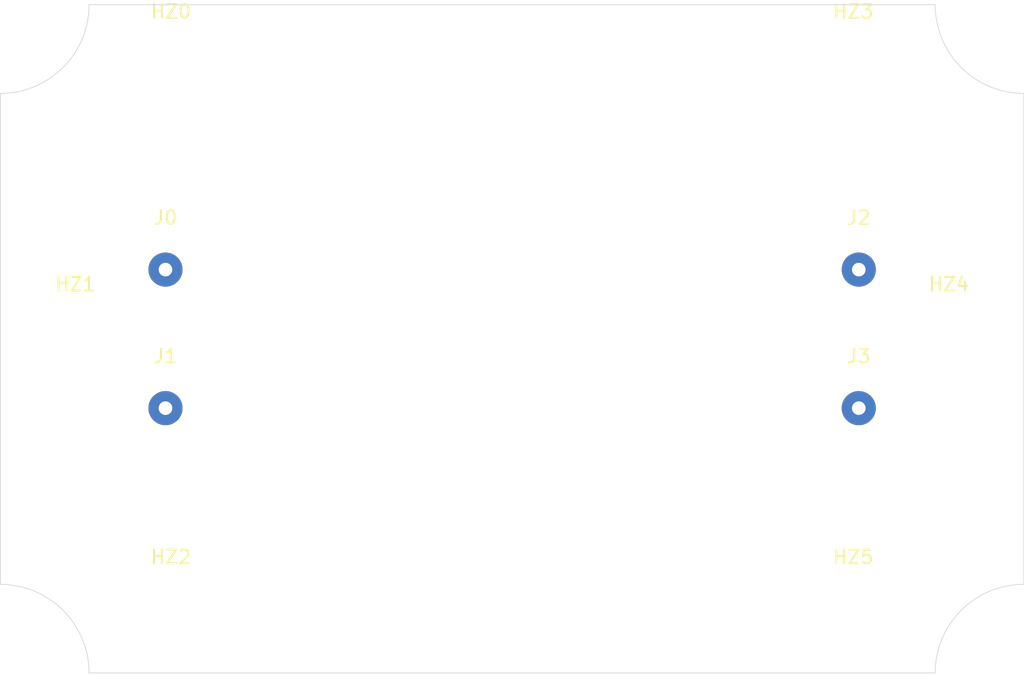
<source format=kicad_pcb>
(kicad_pcb (version 20171130) (host pcbnew 5.1.5-52549c5~86~ubuntu18.04.1)

  (general
    (thickness 1.6)
    (drawings 8)
    (tracks 0)
    (zones 0)
    (modules 39)
    (nets 2)
  )

  (page A4)
  (title_block
    (title "TUSISTEMITA TEMPLATE")
    (company Galopago)
  )

  (layers
    (0 F.Cu signal)
    (31 B.Cu signal)
    (32 B.Adhes user)
    (33 F.Adhes user)
    (34 B.Paste user)
    (35 F.Paste user)
    (36 B.SilkS user)
    (37 F.SilkS user)
    (38 B.Mask user)
    (39 F.Mask user)
    (40 Dwgs.User user)
    (41 Cmts.User user)
    (42 Eco1.User user)
    (43 Eco2.User user)
    (44 Edge.Cuts user)
    (45 Margin user)
    (46 B.CrtYd user)
    (47 F.CrtYd user)
    (48 B.Fab user)
    (49 F.Fab user)
  )

  (setup
    (last_trace_width 0.25)
    (trace_clearance 0.2)
    (zone_clearance 0.508)
    (zone_45_only no)
    (trace_min 0.2)
    (via_size 0.8)
    (via_drill 0.4)
    (via_min_size 0.4)
    (via_min_drill 0.3)
    (uvia_size 0.3)
    (uvia_drill 0.1)
    (uvias_allowed no)
    (uvia_min_size 0.2)
    (uvia_min_drill 0.1)
    (edge_width 0.05)
    (segment_width 0.2)
    (pcb_text_width 0.3)
    (pcb_text_size 1.5 1.5)
    (mod_edge_width 0.12)
    (mod_text_size 1 1)
    (mod_text_width 0.15)
    (pad_size 3 3)
    (pad_drill 3)
    (pad_to_mask_clearance 0.051)
    (solder_mask_min_width 0.25)
    (aux_axis_origin 0 0)
    (visible_elements FFFFFF7F)
    (pcbplotparams
      (layerselection 0x010fc_ffffffff)
      (usegerberextensions false)
      (usegerberattributes false)
      (usegerberadvancedattributes false)
      (creategerberjobfile false)
      (excludeedgelayer true)
      (linewidth 0.100000)
      (plotframeref false)
      (viasonmask false)
      (mode 1)
      (useauxorigin false)
      (hpglpennumber 1)
      (hpglpenspeed 20)
      (hpglpendiameter 15.000000)
      (psnegative false)
      (psa4output false)
      (plotreference true)
      (plotvalue true)
      (plotinvisibletext false)
      (padsonsilk false)
      (subtractmaskfromsilk false)
      (outputformat 1)
      (mirror false)
      (drillshape 1)
      (scaleselection 1)
      (outputdirectory ""))
  )

  (net 0 "")
  (net 1 "Net-(J0-Pad1)")

  (net_class Default "This is the default net class."
    (clearance 0.2)
    (trace_width 0.25)
    (via_dia 0.8)
    (via_drill 0.4)
    (uvia_dia 0.3)
    (uvia_drill 0.1)
    (add_net "Net-(J0-Pad1)")
  )

  (module Connector_Wire:SolderWirePad_1x01_Drill1mm (layer F.Cu) (tedit 5AEE5EBE) (tstamp 5F35F171)
    (at 162.9 129.58)
    (descr "Wire solder connection")
    (tags connector)
    (path /5F5DDB13)
    (attr virtual)
    (fp_text reference J3 (at 0 -3.81) (layer F.SilkS)
      (effects (font (size 1 1) (thickness 0.15)))
    )
    (fp_text value Conn_01x01_Male (at 0 3.175) (layer F.Fab)
      (effects (font (size 1 1) (thickness 0.15)))
    )
    (fp_line (start 1.75 1.75) (end -1.75 1.75) (layer F.CrtYd) (width 0.05))
    (fp_line (start 1.75 1.75) (end 1.75 -1.75) (layer F.CrtYd) (width 0.05))
    (fp_line (start -1.75 -1.75) (end -1.75 1.75) (layer F.CrtYd) (width 0.05))
    (fp_line (start -1.75 -1.75) (end 1.75 -1.75) (layer F.CrtYd) (width 0.05))
    (fp_text user %R (at 0 0) (layer F.Fab)
      (effects (font (size 1 1) (thickness 0.15)))
    )
    (pad 1 thru_hole circle (at 0 0) (size 2.49936 2.49936) (drill 1.00076) (layers *.Cu *.Mask)
      (net 1 "Net-(J0-Pad1)"))
  )

  (module Connector_Wire:SolderWirePad_1x01_Drill1mm (layer F.Cu) (tedit 5AEE5EBE) (tstamp 5F35F167)
    (at 162.9 119.42)
    (descr "Wire solder connection")
    (tags connector)
    (path /5F5DCAC3)
    (attr virtual)
    (fp_text reference J2 (at 0 -3.81) (layer F.SilkS)
      (effects (font (size 1 1) (thickness 0.15)))
    )
    (fp_text value Conn_01x01_Male (at 0 3.175) (layer F.Fab)
      (effects (font (size 1 1) (thickness 0.15)))
    )
    (fp_line (start 1.75 1.75) (end -1.75 1.75) (layer F.CrtYd) (width 0.05))
    (fp_line (start 1.75 1.75) (end 1.75 -1.75) (layer F.CrtYd) (width 0.05))
    (fp_line (start -1.75 -1.75) (end -1.75 1.75) (layer F.CrtYd) (width 0.05))
    (fp_line (start -1.75 -1.75) (end 1.75 -1.75) (layer F.CrtYd) (width 0.05))
    (fp_text user %R (at 0 0) (layer F.Fab)
      (effects (font (size 1 1) (thickness 0.15)))
    )
    (pad 1 thru_hole circle (at 0 0) (size 2.49936 2.49936) (drill 1.00076) (layers *.Cu *.Mask)
      (net 1 "Net-(J0-Pad1)"))
  )

  (module Connector_Wire:SolderWirePad_1x01_Drill1mm (layer F.Cu) (tedit 5AEE5EBE) (tstamp 5F35F15D)
    (at 112.1 129.58)
    (descr "Wire solder connection")
    (tags connector)
    (path /5F5DB1C6)
    (attr virtual)
    (fp_text reference J1 (at 0 -3.81) (layer F.SilkS)
      (effects (font (size 1 1) (thickness 0.15)))
    )
    (fp_text value Conn_01x01_Male (at 0 3.175) (layer F.Fab)
      (effects (font (size 1 1) (thickness 0.15)))
    )
    (fp_line (start 1.75 1.75) (end -1.75 1.75) (layer F.CrtYd) (width 0.05))
    (fp_line (start 1.75 1.75) (end 1.75 -1.75) (layer F.CrtYd) (width 0.05))
    (fp_line (start -1.75 -1.75) (end -1.75 1.75) (layer F.CrtYd) (width 0.05))
    (fp_line (start -1.75 -1.75) (end 1.75 -1.75) (layer F.CrtYd) (width 0.05))
    (fp_text user %R (at 0 0) (layer F.Fab)
      (effects (font (size 1 1) (thickness 0.15)))
    )
    (pad 1 thru_hole circle (at 0 0) (size 2.49936 2.49936) (drill 1.00076) (layers *.Cu *.Mask)
      (net 1 "Net-(J0-Pad1)"))
  )

  (module Connector_Wire:SolderWirePad_1x01_Drill1mm (layer F.Cu) (tedit 5AEE5EBE) (tstamp 5F35F153)
    (at 112.1 119.42)
    (descr "Wire solder connection")
    (tags connector)
    (path /5F5D91C6)
    (attr virtual)
    (fp_text reference J0 (at 0 -3.81) (layer F.SilkS)
      (effects (font (size 1 1) (thickness 0.15)))
    )
    (fp_text value Conn_01x01_Male (at 0 3.175) (layer F.Fab)
      (effects (font (size 1 1) (thickness 0.15)))
    )
    (fp_line (start 1.75 1.75) (end -1.75 1.75) (layer F.CrtYd) (width 0.05))
    (fp_line (start 1.75 1.75) (end 1.75 -1.75) (layer F.CrtYd) (width 0.05))
    (fp_line (start -1.75 -1.75) (end -1.75 1.75) (layer F.CrtYd) (width 0.05))
    (fp_line (start -1.75 -1.75) (end 1.75 -1.75) (layer F.CrtYd) (width 0.05))
    (fp_text user %R (at 0 0) (layer F.Fab)
      (effects (font (size 1 1) (thickness 0.15)))
    )
    (pad 1 thru_hole circle (at 0 0) (size 2.49936 2.49936) (drill 1.00076) (layers *.Cu *.Mask)
      (net 1 "Net-(J0-Pad1)"))
  )

  (module MountingHole:MountingHole_3mm (layer F.Cu) (tedit 56D1B4CB) (tstamp 5F35F0F9)
    (at 162.5 144.5)
    (descr "Mounting Hole 3mm, no annular")
    (tags "mounting hole 3mm no annular")
    (path /5F36D408)
    (attr virtual)
    (fp_text reference HZ5 (at 0 -4) (layer F.SilkS)
      (effects (font (size 1 1) (thickness 0.15)))
    )
    (fp_text value MountingHole (at 0 4) (layer F.Fab)
      (effects (font (size 1 1) (thickness 0.15)))
    )
    (fp_circle (center 0 0) (end 3.25 0) (layer F.CrtYd) (width 0.05))
    (fp_circle (center 0 0) (end 3 0) (layer Cmts.User) (width 0.15))
    (fp_text user %R (at 0.3 0) (layer F.Fab)
      (effects (font (size 1 1) (thickness 0.15)))
    )
    (pad 1 np_thru_hole circle (at 0 0) (size 3 3) (drill 3) (layers *.Cu *.Mask))
  )

  (module MountingHole:MountingHole_3mm (layer F.Cu) (tedit 56D1B4CB) (tstamp 5F35F0F1)
    (at 169.5 124.5)
    (descr "Mounting Hole 3mm, no annular")
    (tags "mounting hole 3mm no annular")
    (path /5F36C847)
    (attr virtual)
    (fp_text reference HZ4 (at 0 -4) (layer F.SilkS)
      (effects (font (size 1 1) (thickness 0.15)))
    )
    (fp_text value MountingHole (at 0 4) (layer F.Fab)
      (effects (font (size 1 1) (thickness 0.15)))
    )
    (fp_circle (center 0 0) (end 3.25 0) (layer F.CrtYd) (width 0.05))
    (fp_circle (center 0 0) (end 3 0) (layer Cmts.User) (width 0.15))
    (fp_text user %R (at 0.3 0) (layer F.Fab)
      (effects (font (size 1 1) (thickness 0.15)))
    )
    (pad 1 np_thru_hole circle (at 0 0) (size 3 3) (drill 3) (layers *.Cu *.Mask))
  )

  (module MountingHole:MountingHole_3mm (layer F.Cu) (tedit 56D1B4CB) (tstamp 5F35F0E9)
    (at 162.5 104.5)
    (descr "Mounting Hole 3mm, no annular")
    (tags "mounting hole 3mm no annular")
    (path /5F3CF0DC)
    (attr virtual)
    (fp_text reference HZ3 (at 0 -4) (layer F.SilkS)
      (effects (font (size 1 1) (thickness 0.15)))
    )
    (fp_text value MountingHole (at 0 4) (layer F.Fab)
      (effects (font (size 1 1) (thickness 0.15)))
    )
    (fp_circle (center 0 0) (end 3.25 0) (layer F.CrtYd) (width 0.05))
    (fp_circle (center 0 0) (end 3 0) (layer Cmts.User) (width 0.15))
    (fp_text user %R (at 0.3 0) (layer F.Fab)
      (effects (font (size 1 1) (thickness 0.15)))
    )
    (pad 1 np_thru_hole circle (at 0 0) (size 3 3) (drill 3) (layers *.Cu *.Mask))
  )

  (module MountingHole:MountingHole_3mm (layer F.Cu) (tedit 56D1B4CB) (tstamp 5F35F0E1)
    (at 112.5 144.5)
    (descr "Mounting Hole 3mm, no annular")
    (tags "mounting hole 3mm no annular")
    (path /5F362B56)
    (attr virtual)
    (fp_text reference HZ2 (at 0 -4) (layer F.SilkS)
      (effects (font (size 1 1) (thickness 0.15)))
    )
    (fp_text value MountingHole (at 0 4) (layer F.Fab)
      (effects (font (size 1 1) (thickness 0.15)))
    )
    (fp_circle (center 0 0) (end 3.25 0) (layer F.CrtYd) (width 0.05))
    (fp_circle (center 0 0) (end 3 0) (layer Cmts.User) (width 0.15))
    (fp_text user %R (at 0.3 0) (layer F.Fab)
      (effects (font (size 1 1) (thickness 0.15)))
    )
    (pad 1 np_thru_hole circle (at 0 0) (size 3 3) (drill 3) (layers *.Cu *.Mask))
  )

  (module MountingHole:MountingHole_3mm (layer F.Cu) (tedit 56D1B4CB) (tstamp 5F35F0D9)
    (at 105.5 124.5)
    (descr "Mounting Hole 3mm, no annular")
    (tags "mounting hole 3mm no annular")
    (path /5F36A8A0)
    (attr virtual)
    (fp_text reference HZ1 (at 0 -4) (layer F.SilkS)
      (effects (font (size 1 1) (thickness 0.15)))
    )
    (fp_text value MountingHole (at 0 4) (layer F.Fab)
      (effects (font (size 1 1) (thickness 0.15)))
    )
    (fp_circle (center 0 0) (end 3.25 0) (layer F.CrtYd) (width 0.05))
    (fp_circle (center 0 0) (end 3 0) (layer Cmts.User) (width 0.15))
    (fp_text user %R (at 0.3 0) (layer F.Fab)
      (effects (font (size 1 1) (thickness 0.15)))
    )
    (pad 1 np_thru_hole circle (at 0 0) (size 3 3) (drill 3) (layers *.Cu *.Mask))
  )

  (module MountingHole:MountingHole_3mm (layer F.Cu) (tedit 56D1B4CB) (tstamp 5F35F0D1)
    (at 112.5 104.5)
    (descr "Mounting Hole 3mm, no annular")
    (tags "mounting hole 3mm no annular")
    (path /5F36B590)
    (attr virtual)
    (fp_text reference HZ0 (at 0 -4) (layer F.SilkS)
      (effects (font (size 1 1) (thickness 0.15)))
    )
    (fp_text value MountingHole (at 0 4) (layer F.Fab)
      (effects (font (size 1 1) (thickness 0.15)))
    )
    (fp_circle (center 0 0) (end 3.25 0) (layer F.CrtYd) (width 0.05))
    (fp_circle (center 0 0) (end 3 0) (layer Cmts.User) (width 0.15))
    (fp_text user %R (at 0.3 0) (layer F.Fab)
      (effects (font (size 1 1) (thickness 0.15)))
    )
    (pad 1 np_thru_hole circle (at 0 0) (size 3 3) (drill 3) (layers *.Cu *.Mask))
  )

  (module MountingHole:MountingHole_3mm (layer F.Cu) (tedit 56D1B4CB) (tstamp 5F35F0C9)
    (at 137.5 104.18)
    (descr "Mounting Hole 3mm, no annular")
    (tags "mounting hole 3mm no annular")
    (path /5F3252AF)
    (attr virtual)
    (fp_text reference HA3 (at 0 -4) (layer F.SilkS) hide
      (effects (font (size 1 1) (thickness 0.15)))
    )
    (fp_text value MountingHole (at 0 4) (layer F.Fab)
      (effects (font (size 1 1) (thickness 0.15)))
    )
    (fp_circle (center 0 0) (end 3.25 0) (layer F.CrtYd) (width 0.05))
    (fp_circle (center 0 0) (end 3 0) (layer Cmts.User) (width 0.15))
    (fp_text user %R (at 0.3 0) (layer F.Fab)
      (effects (font (size 1 1) (thickness 0.15)))
    )
    (pad 1 np_thru_hole circle (at 0 0) (size 3 3) (drill 3) (layers *.Cu *.Mask))
  )

  (module MountingHole:MountingHole_3mm (layer F.Cu) (tedit 56D1B4CB) (tstamp 5F35ED01)
    (at 157.82 144.82)
    (descr "Mounting Hole 3mm, no annular")
    (tags "mounting hole 3mm no annular")
    (path /5F33A8E1)
    (attr virtual)
    (fp_text reference HE5 (at 0 -4) (layer F.SilkS) hide
      (effects (font (size 1 1) (thickness 0.15)))
    )
    (fp_text value MountingHole (at 0 4) (layer F.Fab)
      (effects (font (size 1 1) (thickness 0.15)))
    )
    (fp_circle (center 0 0) (end 3.25 0) (layer F.CrtYd) (width 0.05))
    (fp_circle (center 0 0) (end 3 0) (layer Cmts.User) (width 0.15))
    (fp_text user %R (at 0.3 0) (layer F.Fab)
      (effects (font (size 1 1) (thickness 0.15)))
    )
    (pad 1 np_thru_hole circle (at 0 0) (size 3 3) (drill 3) (layers *.Cu *.Mask))
  )

  (module MountingHole:MountingHole_3mm (layer F.Cu) (tedit 56D1B4CB) (tstamp 5F35ECF9)
    (at 147.66 144.82)
    (descr "Mounting Hole 3mm, no annular")
    (tags "mounting hole 3mm no annular")
    (path /5F33793E)
    (attr virtual)
    (fp_text reference HE4 (at 0 -4) (layer F.SilkS) hide
      (effects (font (size 1 1) (thickness 0.15)))
    )
    (fp_text value MountingHole (at 0 4) (layer F.Fab)
      (effects (font (size 1 1) (thickness 0.15)))
    )
    (fp_circle (center 0 0) (end 3.25 0) (layer F.CrtYd) (width 0.05))
    (fp_circle (center 0 0) (end 3 0) (layer Cmts.User) (width 0.15))
    (fp_text user %R (at 0.3 0) (layer F.Fab)
      (effects (font (size 1 1) (thickness 0.15)))
    )
    (pad 1 np_thru_hole circle (at 0 0) (size 3 3) (drill 3) (layers *.Cu *.Mask))
  )

  (module MountingHole:MountingHole_3mm (layer F.Cu) (tedit 56D1B4CB) (tstamp 5F35ECF1)
    (at 137.5 144.82)
    (descr "Mounting Hole 3mm, no annular")
    (tags "mounting hole 3mm no annular")
    (path /5F334C02)
    (attr virtual)
    (fp_text reference HE3 (at 0 -4) (layer F.SilkS) hide
      (effects (font (size 1 1) (thickness 0.15)))
    )
    (fp_text value MountingHole (at 0 4) (layer F.Fab)
      (effects (font (size 1 1) (thickness 0.15)))
    )
    (fp_circle (center 0 0) (end 3.25 0) (layer F.CrtYd) (width 0.05))
    (fp_circle (center 0 0) (end 3 0) (layer Cmts.User) (width 0.15))
    (fp_text user %R (at 0.3 0) (layer F.Fab)
      (effects (font (size 1 1) (thickness 0.15)))
    )
    (pad 1 np_thru_hole circle (at 0 0) (size 3 3) (drill 3) (layers *.Cu *.Mask))
  )

  (module MountingHole:MountingHole_3mm (layer F.Cu) (tedit 56D1B4CB) (tstamp 5F35ECE9)
    (at 127.34 144.82)
    (descr "Mounting Hole 3mm, no annular")
    (tags "mounting hole 3mm no annular")
    (path /5F32EE0E)
    (attr virtual)
    (fp_text reference HE2 (at 0 -4) (layer F.SilkS) hide
      (effects (font (size 1 1) (thickness 0.15)))
    )
    (fp_text value MountingHole (at 0 4) (layer F.Fab)
      (effects (font (size 1 1) (thickness 0.15)))
    )
    (fp_circle (center 0 0) (end 3.25 0) (layer F.CrtYd) (width 0.05))
    (fp_circle (center 0 0) (end 3 0) (layer Cmts.User) (width 0.15))
    (fp_text user %R (at 0.3 0) (layer F.Fab)
      (effects (font (size 1 1) (thickness 0.15)))
    )
    (pad 1 np_thru_hole circle (at 0 0) (size 3 3) (drill 3) (layers *.Cu *.Mask))
  )

  (module MountingHole:MountingHole_3mm (layer F.Cu) (tedit 56D1B4CB) (tstamp 5F35ECE1)
    (at 117.18 144.82)
    (descr "Mounting Hole 3mm, no annular")
    (tags "mounting hole 3mm no annular")
    (path /5F32C14C)
    (attr virtual)
    (fp_text reference HE1 (at 0 -4) (layer F.SilkS) hide
      (effects (font (size 1 1) (thickness 0.15)))
    )
    (fp_text value MountingHole (at 0 4) (layer F.Fab)
      (effects (font (size 1 1) (thickness 0.15)))
    )
    (fp_circle (center 0 0) (end 3.25 0) (layer F.CrtYd) (width 0.05))
    (fp_circle (center 0 0) (end 3 0) (layer Cmts.User) (width 0.15))
    (fp_text user %R (at 0.3 0) (layer F.Fab)
      (effects (font (size 1 1) (thickness 0.15)))
    )
    (pad 1 np_thru_hole circle (at 0 0) (size 3 3) (drill 3) (layers *.Cu *.Mask))
  )

  (module MountingHole:MountingHole_3mm (layer F.Cu) (tedit 56D1B4CB) (tstamp 5F35EC79)
    (at 167.98 134.66)
    (descr "Mounting Hole 3mm, no annular")
    (tags "mounting hole 3mm no annular")
    (path /5F33FF6F)
    (attr virtual)
    (fp_text reference HD6 (at 0 -4) (layer F.SilkS) hide
      (effects (font (size 1 1) (thickness 0.15)))
    )
    (fp_text value MountingHole (at 0 4) (layer F.Fab)
      (effects (font (size 1 1) (thickness 0.15)))
    )
    (fp_circle (center 0 0) (end 3.25 0) (layer F.CrtYd) (width 0.05))
    (fp_circle (center 0 0) (end 3 0) (layer Cmts.User) (width 0.15))
    (fp_text user %R (at 0.3 0) (layer F.Fab)
      (effects (font (size 1 1) (thickness 0.15)))
    )
    (pad 1 np_thru_hole circle (at 0 0) (size 3 3) (drill 3) (layers *.Cu *.Mask))
  )

  (module MountingHole:MountingHole_3mm (layer F.Cu) (tedit 56D1B4CB) (tstamp 5F35EC71)
    (at 157.82 134.66)
    (descr "Mounting Hole 3mm, no annular")
    (tags "mounting hole 3mm no annular")
    (path /5F33A1EE)
    (attr virtual)
    (fp_text reference HD5 (at 0 -4) (layer F.SilkS) hide
      (effects (font (size 1 1) (thickness 0.15)))
    )
    (fp_text value MountingHole (at 0 4) (layer F.Fab)
      (effects (font (size 1 1) (thickness 0.15)))
    )
    (fp_circle (center 0 0) (end 3.25 0) (layer F.CrtYd) (width 0.05))
    (fp_circle (center 0 0) (end 3 0) (layer Cmts.User) (width 0.15))
    (fp_text user %R (at 0.3 0) (layer F.Fab)
      (effects (font (size 1 1) (thickness 0.15)))
    )
    (pad 1 np_thru_hole circle (at 0 0) (size 3 3) (drill 3) (layers *.Cu *.Mask))
  )

  (module MountingHole:MountingHole_3mm (layer F.Cu) (tedit 56D1B4CB) (tstamp 5F35EC69)
    (at 147.66 134.66)
    (descr "Mounting Hole 3mm, no annular")
    (tags "mounting hole 3mm no annular")
    (path /5F33722E)
    (attr virtual)
    (fp_text reference HD4 (at 0 -4) (layer F.SilkS) hide
      (effects (font (size 1 1) (thickness 0.15)))
    )
    (fp_text value MountingHole (at 0 4) (layer F.Fab)
      (effects (font (size 1 1) (thickness 0.15)))
    )
    (fp_circle (center 0 0) (end 3.25 0) (layer F.CrtYd) (width 0.05))
    (fp_circle (center 0 0) (end 3 0) (layer Cmts.User) (width 0.15))
    (fp_text user %R (at 0.3 0) (layer F.Fab)
      (effects (font (size 1 1) (thickness 0.15)))
    )
    (pad 1 np_thru_hole circle (at 0 0) (size 3 3) (drill 3) (layers *.Cu *.Mask))
  )

  (module MountingHole:MountingHole_3mm (layer F.Cu) (tedit 56D1B4CB) (tstamp 5F35EC61)
    (at 137.5 134.66)
    (descr "Mounting Hole 3mm, no annular")
    (tags "mounting hole 3mm no annular")
    (path /5F33466C)
    (attr virtual)
    (fp_text reference HD3 (at 0 -4) (layer F.SilkS) hide
      (effects (font (size 1 1) (thickness 0.15)))
    )
    (fp_text value MountingHole (at 0 4) (layer F.Fab)
      (effects (font (size 1 1) (thickness 0.15)))
    )
    (fp_circle (center 0 0) (end 3.25 0) (layer F.CrtYd) (width 0.05))
    (fp_circle (center 0 0) (end 3 0) (layer Cmts.User) (width 0.15))
    (fp_text user %R (at 0.3 0) (layer F.Fab)
      (effects (font (size 1 1) (thickness 0.15)))
    )
    (pad 1 np_thru_hole circle (at 0 0) (size 3 3) (drill 3) (layers *.Cu *.Mask))
  )

  (module MountingHole:MountingHole_3mm (layer F.Cu) (tedit 56D1B4CB) (tstamp 5F35EC59)
    (at 127.34 134.66)
    (descr "Mounting Hole 3mm, no annular")
    (tags "mounting hole 3mm no annular")
    (path /5F32DFD4)
    (attr virtual)
    (fp_text reference HD2 (at 0 -4) (layer F.SilkS) hide
      (effects (font (size 1 1) (thickness 0.15)))
    )
    (fp_text value MountingHole (at 0 4) (layer F.Fab)
      (effects (font (size 1 1) (thickness 0.15)))
    )
    (fp_circle (center 0 0) (end 3.25 0) (layer F.CrtYd) (width 0.05))
    (fp_circle (center 0 0) (end 3 0) (layer Cmts.User) (width 0.15))
    (fp_text user %R (at 0.3 0) (layer F.Fab)
      (effects (font (size 1 1) (thickness 0.15)))
    )
    (pad 1 np_thru_hole circle (at 0 0) (size 3 3) (drill 3) (layers *.Cu *.Mask))
  )

  (module MountingHole:MountingHole_3mm (layer F.Cu) (tedit 56D1B4CB) (tstamp 5F35EC51)
    (at 117.18 134.66)
    (descr "Mounting Hole 3mm, no annular")
    (tags "mounting hole 3mm no annular")
    (path /5F32BD21)
    (attr virtual)
    (fp_text reference HD1 (at 0 -4) (layer F.SilkS) hide
      (effects (font (size 1 1) (thickness 0.15)))
    )
    (fp_text value MountingHole (at 0 4) (layer F.Fab)
      (effects (font (size 1 1) (thickness 0.15)))
    )
    (fp_circle (center 0 0) (end 3.25 0) (layer F.CrtYd) (width 0.05))
    (fp_circle (center 0 0) (end 3 0) (layer Cmts.User) (width 0.15))
    (fp_text user %R (at 0.3 0) (layer F.Fab)
      (effects (font (size 1 1) (thickness 0.15)))
    )
    (pad 1 np_thru_hole circle (at 0 0) (size 3 3) (drill 3) (layers *.Cu *.Mask))
  )

  (module MountingHole:MountingHole_3mm (layer F.Cu) (tedit 56D1B4CB) (tstamp 5F35EC49)
    (at 107.02 134.66)
    (descr "Mounting Hole 3mm, no annular")
    (tags "mounting hole 3mm no annular")
    (path /5F327EDA)
    (attr virtual)
    (fp_text reference HD0 (at 0 -4) (layer F.SilkS) hide
      (effects (font (size 1 1) (thickness 0.15)))
    )
    (fp_text value MountingHole (at 0 4) (layer F.Fab)
      (effects (font (size 1 1) (thickness 0.15)))
    )
    (fp_circle (center 0 0) (end 3.25 0) (layer F.CrtYd) (width 0.05))
    (fp_circle (center 0 0) (end 3 0) (layer Cmts.User) (width 0.15))
    (fp_text user %R (at 0.3 0) (layer F.Fab)
      (effects (font (size 1 1) (thickness 0.15)))
    )
    (pad 1 np_thru_hole circle (at 0 0) (size 3 3) (drill 3) (layers *.Cu *.Mask))
  )

  (module MountingHole:MountingHole_3mm (layer F.Cu) (tedit 56D1B4CB) (tstamp 5F35EC41)
    (at 157.82 124.5)
    (descr "Mounting Hole 3mm, no annular")
    (tags "mounting hole 3mm no annular")
    (path /5F339B51)
    (attr virtual)
    (fp_text reference HC5 (at 0 -4) (layer F.SilkS) hide
      (effects (font (size 1 1) (thickness 0.15)))
    )
    (fp_text value MountingHole (at 0 4) (layer F.Fab)
      (effects (font (size 1 1) (thickness 0.15)))
    )
    (fp_circle (center 0 0) (end 3.25 0) (layer F.CrtYd) (width 0.05))
    (fp_circle (center 0 0) (end 3 0) (layer Cmts.User) (width 0.15))
    (fp_text user %R (at 0.3 0) (layer F.Fab)
      (effects (font (size 1 1) (thickness 0.15)))
    )
    (pad 1 np_thru_hole circle (at 0 0) (size 3 3) (drill 3) (layers *.Cu *.Mask))
  )

  (module MountingHole:MountingHole_3mm (layer F.Cu) (tedit 56D1B4CB) (tstamp 5F35EBD9)
    (at 147.66 124.5)
    (descr "Mounting Hole 3mm, no annular")
    (tags "mounting hole 3mm no annular")
    (path /5F336BBE)
    (attr virtual)
    (fp_text reference HC4 (at 0 -4) (layer F.SilkS) hide
      (effects (font (size 1 1) (thickness 0.15)))
    )
    (fp_text value MountingHole (at 0 4) (layer F.Fab)
      (effects (font (size 1 1) (thickness 0.15)))
    )
    (fp_circle (center 0 0) (end 3.25 0) (layer F.CrtYd) (width 0.05))
    (fp_circle (center 0 0) (end 3 0) (layer Cmts.User) (width 0.15))
    (fp_text user %R (at 0.3 0) (layer F.Fab)
      (effects (font (size 1 1) (thickness 0.15)))
    )
    (pad 1 np_thru_hole circle (at 0 0) (size 3 3) (drill 3) (layers *.Cu *.Mask))
  )

  (module MountingHole:MountingHole_3mm (layer F.Cu) (tedit 56D1B4CB) (tstamp 5F35EBD1)
    (at 137.5 124.5)
    (descr "Mounting Hole 3mm, no annular")
    (tags "mounting hole 3mm no annular")
    (path /5F3340C4)
    (attr virtual)
    (fp_text reference HC3 (at 0 -4) (layer F.SilkS) hide
      (effects (font (size 1 1) (thickness 0.15)))
    )
    (fp_text value MountingHole (at 0 4) (layer F.Fab)
      (effects (font (size 1 1) (thickness 0.15)))
    )
    (fp_circle (center 0 0) (end 3.25 0) (layer F.CrtYd) (width 0.05))
    (fp_circle (center 0 0) (end 3 0) (layer Cmts.User) (width 0.15))
    (fp_text user %R (at 0.3 0) (layer F.Fab)
      (effects (font (size 1 1) (thickness 0.15)))
    )
    (pad 1 np_thru_hole circle (at 0 0) (size 3 3) (drill 3) (layers *.Cu *.Mask))
  )

  (module MountingHole:MountingHole_3mm (layer F.Cu) (tedit 56D1B4CB) (tstamp 5F35EBC9)
    (at 127.34 124.5)
    (descr "Mounting Hole 3mm, no annular")
    (tags "mounting hole 3mm no annular")
    (path /5F32DC16)
    (attr virtual)
    (fp_text reference HC2 (at 0 -4) (layer F.SilkS) hide
      (effects (font (size 1 1) (thickness 0.15)))
    )
    (fp_text value MountingHole (at 0 4) (layer F.Fab)
      (effects (font (size 1 1) (thickness 0.15)))
    )
    (fp_circle (center 0 0) (end 3.25 0) (layer F.CrtYd) (width 0.05))
    (fp_circle (center 0 0) (end 3 0) (layer Cmts.User) (width 0.15))
    (fp_text user %R (at 0.3 0) (layer F.Fab)
      (effects (font (size 1 1) (thickness 0.15)))
    )
    (pad 1 np_thru_hole circle (at 0 0) (size 3 3) (drill 3) (layers *.Cu *.Mask))
  )

  (module MountingHole:MountingHole_3mm (layer F.Cu) (tedit 56D1B4CB) (tstamp 5F35EBC1)
    (at 117.18 124.5)
    (descr "Mounting Hole 3mm, no annular")
    (tags "mounting hole 3mm no annular")
    (path /5F32B9C0)
    (attr virtual)
    (fp_text reference HC1 (at 0 -4) (layer F.SilkS) hide
      (effects (font (size 1 1) (thickness 0.15)))
    )
    (fp_text value MountingHole (at 0 4) (layer F.Fab)
      (effects (font (size 1 1) (thickness 0.15)))
    )
    (fp_circle (center 0 0) (end 3.25 0) (layer F.CrtYd) (width 0.05))
    (fp_circle (center 0 0) (end 3 0) (layer Cmts.User) (width 0.15))
    (fp_text user %R (at 0.3 0) (layer F.Fab)
      (effects (font (size 1 1) (thickness 0.15)))
    )
    (pad 1 np_thru_hole circle (at 0 0) (size 3 3) (drill 3) (layers *.Cu *.Mask))
  )

  (module MountingHole:MountingHole_3mm (layer F.Cu) (tedit 56D1B4CB) (tstamp 5F35EB59)
    (at 167.98 114.34)
    (descr "Mounting Hole 3mm, no annular")
    (tags "mounting hole 3mm no annular")
    (path /5F33F0DA)
    (attr virtual)
    (fp_text reference HB6 (at 0 -4) (layer F.SilkS) hide
      (effects (font (size 1 1) (thickness 0.15)))
    )
    (fp_text value MountingHole (at 0 4) (layer F.Fab)
      (effects (font (size 1 1) (thickness 0.15)))
    )
    (fp_circle (center 0 0) (end 3.25 0) (layer F.CrtYd) (width 0.05))
    (fp_circle (center 0 0) (end 3 0) (layer Cmts.User) (width 0.15))
    (fp_text user %R (at 0.3 0) (layer F.Fab)
      (effects (font (size 1 1) (thickness 0.15)))
    )
    (pad 1 np_thru_hole circle (at 0 0) (size 3 3) (drill 3) (layers *.Cu *.Mask))
  )

  (module MountingHole:MountingHole_3mm (layer F.Cu) (tedit 56D1B4CB) (tstamp 5F35EB51)
    (at 157.82 114.34)
    (descr "Mounting Hole 3mm, no annular")
    (tags "mounting hole 3mm no annular")
    (path /5F339496)
    (attr virtual)
    (fp_text reference HB5 (at 0 -4) (layer F.SilkS) hide
      (effects (font (size 1 1) (thickness 0.15)))
    )
    (fp_text value MountingHole (at 0 4) (layer F.Fab)
      (effects (font (size 1 1) (thickness 0.15)))
    )
    (fp_circle (center 0 0) (end 3.25 0) (layer F.CrtYd) (width 0.05))
    (fp_circle (center 0 0) (end 3 0) (layer Cmts.User) (width 0.15))
    (fp_text user %R (at 0.3 0) (layer F.Fab)
      (effects (font (size 1 1) (thickness 0.15)))
    )
    (pad 1 np_thru_hole circle (at 0 0) (size 3 3) (drill 3) (layers *.Cu *.Mask))
  )

  (module MountingHole:MountingHole_3mm (layer F.Cu) (tedit 56D1B4CB) (tstamp 5F35EB49)
    (at 147.66 114.34)
    (descr "Mounting Hole 3mm, no annular")
    (tags "mounting hole 3mm no annular")
    (path /5F336617)
    (attr virtual)
    (fp_text reference HB4 (at 0 -4) (layer F.SilkS) hide
      (effects (font (size 1 1) (thickness 0.15)))
    )
    (fp_text value MountingHole (at 0 4) (layer F.Fab)
      (effects (font (size 1 1) (thickness 0.15)))
    )
    (fp_circle (center 0 0) (end 3.25 0) (layer F.CrtYd) (width 0.05))
    (fp_circle (center 0 0) (end 3 0) (layer Cmts.User) (width 0.15))
    (fp_text user %R (at 0.3 0) (layer F.Fab)
      (effects (font (size 1 1) (thickness 0.15)))
    )
    (pad 1 np_thru_hole circle (at 0 0) (size 3 3) (drill 3) (layers *.Cu *.Mask))
  )

  (module MountingHole:MountingHole_3mm (layer F.Cu) (tedit 56D1B4CB) (tstamp 5F35EB41)
    (at 137.5 114.34)
    (descr "Mounting Hole 3mm, no annular")
    (tags "mounting hole 3mm no annular")
    (path /5F333CCC)
    (attr virtual)
    (fp_text reference HB3 (at 0 -4) (layer F.SilkS) hide
      (effects (font (size 1 1) (thickness 0.15)))
    )
    (fp_text value MountingHole (at 0 4) (layer F.Fab)
      (effects (font (size 1 1) (thickness 0.15)))
    )
    (fp_circle (center 0 0) (end 3.25 0) (layer F.CrtYd) (width 0.05))
    (fp_circle (center 0 0) (end 3 0) (layer Cmts.User) (width 0.15))
    (fp_text user %R (at 0.3 0) (layer F.Fab)
      (effects (font (size 1 1) (thickness 0.15)))
    )
    (pad 1 np_thru_hole circle (at 0 0) (size 3 3) (drill 3) (layers *.Cu *.Mask))
  )

  (module MountingHole:MountingHole_3mm (layer F.Cu) (tedit 56D1B4CB) (tstamp 5F35EB39)
    (at 127.34 114.34)
    (descr "Mounting Hole 3mm, no annular")
    (tags "mounting hole 3mm no annular")
    (path /5F32D584)
    (attr virtual)
    (fp_text reference HB2 (at 0 -4) (layer F.SilkS) hide
      (effects (font (size 1 1) (thickness 0.15)))
    )
    (fp_text value MountingHole (at 0 4) (layer F.Fab)
      (effects (font (size 1 1) (thickness 0.15)))
    )
    (fp_circle (center 0 0) (end 3.25 0) (layer F.CrtYd) (width 0.05))
    (fp_circle (center 0 0) (end 3 0) (layer Cmts.User) (width 0.15))
    (fp_text user %R (at 0.3 0) (layer F.Fab)
      (effects (font (size 1 1) (thickness 0.15)))
    )
    (pad 1 np_thru_hole circle (at 0 0) (size 3 3) (drill 3) (layers *.Cu *.Mask))
  )

  (module MountingHole:MountingHole_3mm (layer F.Cu) (tedit 56D1B4CB) (tstamp 5F35EB31)
    (at 117.18 114.34)
    (descr "Mounting Hole 3mm, no annular")
    (tags "mounting hole 3mm no annular")
    (path /5F32B3EB)
    (attr virtual)
    (fp_text reference HB1 (at 0 -4) (layer F.SilkS) hide
      (effects (font (size 1 1) (thickness 0.15)))
    )
    (fp_text value MountingHole (at 0 4) (layer F.Fab)
      (effects (font (size 1 1) (thickness 0.15)))
    )
    (fp_circle (center 0 0) (end 3.25 0) (layer F.CrtYd) (width 0.05))
    (fp_circle (center 0 0) (end 3 0) (layer Cmts.User) (width 0.15))
    (fp_text user %R (at 0.3 0) (layer F.Fab)
      (effects (font (size 1 1) (thickness 0.15)))
    )
    (pad 1 np_thru_hole circle (at 0 0) (size 3 3) (drill 3) (layers *.Cu *.Mask))
  )

  (module MountingHole:MountingHole_3mm (layer F.Cu) (tedit 56D1B4CB) (tstamp 5F35EB29)
    (at 107.02 114.34)
    (descr "Mounting Hole 3mm, no annular")
    (tags "mounting hole 3mm no annular")
    (path /5F3277F5)
    (attr virtual)
    (fp_text reference HB0 (at 0 -4) (layer F.SilkS) hide
      (effects (font (size 1 1) (thickness 0.15)))
    )
    (fp_text value MountingHole (at 0 4) (layer F.Fab)
      (effects (font (size 1 1) (thickness 0.15)))
    )
    (fp_circle (center 0 0) (end 3.25 0) (layer F.CrtYd) (width 0.05))
    (fp_circle (center 0 0) (end 3 0) (layer Cmts.User) (width 0.15))
    (fp_text user %R (at 0.3 0) (layer F.Fab)
      (effects (font (size 1 1) (thickness 0.15)))
    )
    (pad 1 np_thru_hole circle (at 0 0) (size 3 3) (drill 3) (layers *.Cu *.Mask))
  )

  (module MountingHole:MountingHole_3mm (layer F.Cu) (tedit 56D1B4CB) (tstamp 5F35EAC1)
    (at 157.82 104.18)
    (descr "Mounting Hole 3mm, no annular")
    (tags "mounting hole 3mm no annular")
    (path /5F3258D5)
    (attr virtual)
    (fp_text reference HA5 (at 0 -4) (layer F.SilkS) hide
      (effects (font (size 1 1) (thickness 0.15)))
    )
    (fp_text value MountingHole (at 0 4) (layer F.Fab)
      (effects (font (size 1 1) (thickness 0.15)))
    )
    (fp_circle (center 0 0) (end 3.25 0) (layer F.CrtYd) (width 0.05))
    (fp_circle (center 0 0) (end 3 0) (layer Cmts.User) (width 0.15))
    (fp_text user %R (at 0.3 0) (layer F.Fab)
      (effects (font (size 1 1) (thickness 0.15)))
    )
    (pad 1 np_thru_hole circle (at 0 0) (size 3 3) (drill 3) (layers *.Cu *.Mask))
  )

  (module MountingHole:MountingHole_3mm (layer F.Cu) (tedit 56D1B4CB) (tstamp 5F35EAB9)
    (at 147.66 104.18)
    (descr "Mounting Hole 3mm, no annular")
    (tags "mounting hole 3mm no annular")
    (path /5F3255F6)
    (attr virtual)
    (fp_text reference HA4 (at 0 -4) (layer F.SilkS) hide
      (effects (font (size 1 1) (thickness 0.15)))
    )
    (fp_text value MountingHole (at 0 4) (layer F.Fab)
      (effects (font (size 1 1) (thickness 0.15)))
    )
    (fp_circle (center 0 0) (end 3.25 0) (layer F.CrtYd) (width 0.05))
    (fp_circle (center 0 0) (end 3 0) (layer Cmts.User) (width 0.15))
    (fp_text user %R (at 0.3 0) (layer F.Fab)
      (effects (font (size 1 1) (thickness 0.15)))
    )
    (pad 1 np_thru_hole circle (at 0 0) (size 3 3) (drill 3) (layers *.Cu *.Mask))
  )

  (module MountingHole:MountingHole_3mm (layer F.Cu) (tedit 56D1B4CB) (tstamp 5F35EAB1)
    (at 127.34 104.18)
    (descr "Mounting Hole 3mm, no annular")
    (tags "mounting hole 3mm no annular")
    (path /5F324FC8)
    (attr virtual)
    (fp_text reference HA2 (at 0 -4) (layer F.SilkS) hide
      (effects (font (size 1 1) (thickness 0.15)))
    )
    (fp_text value MountingHole (at 0 4) (layer F.Fab)
      (effects (font (size 1 1) (thickness 0.15)))
    )
    (fp_circle (center 0 0) (end 3.25 0) (layer F.CrtYd) (width 0.05))
    (fp_circle (center 0 0) (end 3 0) (layer Cmts.User) (width 0.15))
    (fp_text user %R (at 0.3 0) (layer F.Fab)
      (effects (font (size 1 1) (thickness 0.15)))
    )
    (pad 1 np_thru_hole circle (at 0 0) (size 3 3) (drill 3) (layers *.Cu *.Mask))
  )

  (module MountingHole:MountingHole_3mm (layer F.Cu) (tedit 56D1B4CB) (tstamp 5F35EAA9)
    (at 117.18 104.18)
    (descr "Mounting Hole 3mm, no annular")
    (tags "mounting hole 3mm no annular")
    (path /5F324A16)
    (attr virtual)
    (fp_text reference HA1 (at 0 -4) (layer F.SilkS) hide
      (effects (font (size 1 1) (thickness 0.15)))
    )
    (fp_text value MountingHole (at 0 4) (layer F.Fab)
      (effects (font (size 1 1) (thickness 0.15)))
    )
    (fp_circle (center 0 0) (end 3.25 0) (layer F.CrtYd) (width 0.05))
    (fp_circle (center 0 0) (end 3 0) (layer Cmts.User) (width 0.15))
    (fp_text user %R (at 0.3 0) (layer F.Fab)
      (effects (font (size 1 1) (thickness 0.15)))
    )
    (pad 1 np_thru_hole circle (at 0 0) (size 3 3) (drill 3) (layers *.Cu *.Mask))
  )

  (gr_arc (start 175 149) (end 175 142.5) (angle -90) (layer Edge.Cuts) (width 0.05))
  (gr_arc (start 100 149) (end 106.5 149) (angle -90) (layer Edge.Cuts) (width 0.05))
  (gr_arc (start 175 100) (end 168.5 100) (angle -90) (layer Edge.Cuts) (width 0.05))
  (gr_arc (start 100 100) (end 100 106.5) (angle -90) (layer Edge.Cuts) (width 0.05))
  (gr_line (start 106.5 149) (end 168.5 149) (layer Edge.Cuts) (width 0.05))
  (gr_line (start 175 106.5) (end 175 142.5) (layer Edge.Cuts) (width 0.05))
  (gr_line (start 106.5 100) (end 168.5 100) (layer Edge.Cuts) (width 0.05))
  (gr_line (start 100 106.5) (end 100 142.5) (layer Edge.Cuts) (width 0.05))

)

</source>
